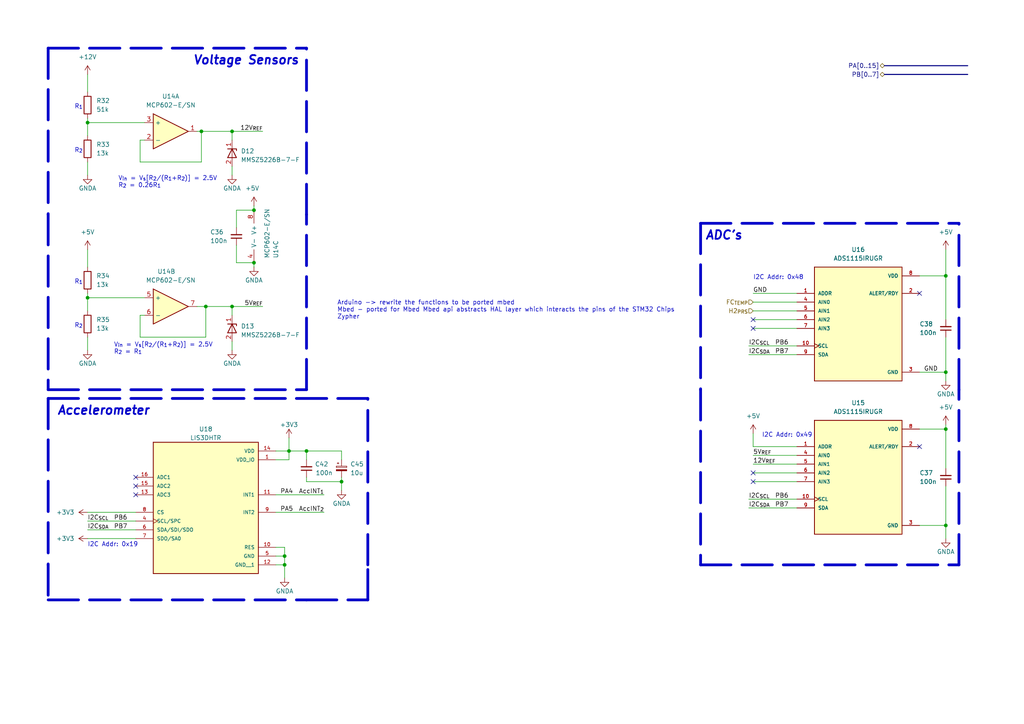
<source format=kicad_sch>
(kicad_sch (version 20231120) (generator "eeschema") (generator_version "8.0")
  (paper "A4")
  (lib_symbols
    (symbol "Device:C_Polarized_Small" (pin_numbers hide) (pin_names (offset 0.254) hide)
      (property "Reference" "C" (at 0.254 1.778 0))
      (property "Value" "C_Polarized_Small" (at 0.254 -2.032 0))
      (symbol "C_Polarized_Small_0_1"
        (rectangle (start -1.524 -0.3048) (end 1.524 -0.6858) (fill (type outline)))
        (rectangle (start -1.524 0.6858) (end 1.524 0.3048))
        (polyline (pts (xy -1.27 1.524) (xy -0.762 1.524)))
        (polyline (pts (xy -1.016 1.27) (xy -1.016 1.778)))
      )
      (symbol "C_Polarized_Small_1_1"
        (pin passive line (at 0 2.54 270) (length 1.8542) (name "~") (number "1"))
        (pin passive line (at 0 -2.54 90) (length 1.8542) (name "~") (number "2"))
      )
    )
    (symbol "Device:C_Small" (pin_numbers hide) (pin_names (offset 0.254) hide)
      (property "Reference" "C" (at 0.254 1.778 0))
      (property "Value" "C_Small" (at 0.254 -2.032 0))
      (symbol "C_Small_0_1"
        (polyline (pts (xy -1.524 -0.508) (xy 1.524 -0.508)) (stroke (width 0.3302)))
        (polyline (pts (xy -1.524 0.508) (xy 1.524 0.508)) (stroke (width 0.3048)))
      )
      (symbol "C_Small_1_1"
        (pin passive line (at 0 2.54 270) (length 2.032) (name "~") (number "1"))
        (pin passive line (at 0 -2.54 90) (length 2.032) (name "~") (number "2"))
      )
    )
    (symbol "Device:Opamp_Dual"
      (property "Reference" "U" (at 0 5.08 0))
      (property "Value" "Opamp_Dual" (at 0 -5.08 0))
      (symbol "Opamp_Dual_1_1"
        (polyline (pts (xy -5.08 5.08) (xy 5.08 0) (xy -5.08 -5.08) (xy -5.08 5.08)) (stroke (width 0.254)) (fill (type background)))
        (pin output line (at 7.62 0 180) (length 2.54) (name "~") (number "1"))
        (pin input line (at -7.62 -2.54 0) (length 2.54) (name "-") (number "2"))
        (pin input line (at -7.62 2.54 0) (length 2.54) (name "+") (number "3"))
      )
      (symbol "Opamp_Dual_2_1"
        (polyline (pts (xy -5.08 5.08) (xy 5.08 0) (xy -5.08 -5.08) (xy -5.08 5.08)) (stroke (width 0.254)) (fill (type background)))
        (pin input line (at -7.62 2.54 0) (length 2.54) (name "+") (number "5"))
        (pin input line (at -7.62 -2.54 0) (length 2.54) (name "-") (number "6"))
        (pin output line (at 7.62 0 180) (length 2.54) (name "~") (number "7"))
      )
      (symbol "Opamp_Dual_3_1"
        (pin power_in line (at -2.54 -7.62 90) (length 3.81) (name "V-") (number "4"))
        (pin power_in line (at -2.54 7.62 270) (length 3.81) (name "V+") (number "8"))
      )
    )
    (symbol "Device:R" (pin_numbers hide) (pin_names (offset 0))
      (property "Reference" "R" (at 2.032 0 90))
      (property "Value" "R" (at 0 0 90))
      (symbol "R_0_1"
        (rectangle (start -1.016 -2.54) (end 1.016 2.54) (stroke (width 0.254)))
      )
      (symbol "R_1_1"
        (pin passive line (at 0 3.81 270) (length 1.27) (name "~") (number "1"))
        (pin passive line (at 0 -3.81 90) (length 1.27) (name "~") (number "2"))
      )
    )
    (symbol "FCC_Parts:ADS1115IRUGR" (pin_names (offset 1.016))
      (property "Reference" "U" (at -12.7 18.542 0))
      (property "Value" "ADS1115IRUGR" (at -12.7 -17.78 0))
      (symbol "ADS1115IRUGR_0_0"
        (rectangle (start -12.7 17.78) (end 12.7 -15.24) (stroke (width 0.254)) (fill (type background)))
        (pin input line (at -17.78 10.16 0) (length 5.08) (name "ADDR") (number "1"))
        (pin input clock (at -17.78 -5.08 0) (length 5.08) (name "SCL") (number "10"))
        (pin output line (at 17.78 10.16 180) (length 5.08) (name "ALERT/RDY") (number "2"))
        (pin power_in line (at 17.78 -12.7 180) (length 5.08) (name "GND") (number "3"))
        (pin input line (at -17.78 7.62 0) (length 5.08) (name "AIN0") (number "4"))
        (pin input line (at -17.78 5.08 0) (length 5.08) (name "AIN1") (number "5"))
        (pin input line (at -17.78 2.54 0) (length 5.08) (name "AIN2") (number "6"))
        (pin input line (at -17.78 0 0) (length 5.08) (name "AIN3") (number "7"))
        (pin power_in line (at 17.78 15.24 180) (length 5.08) (name "VDD") (number "8"))
        (pin bidirectional line (at -17.78 -7.62 0) (length 5.08) (name "SDA") (number "9"))
      )
    )
    (symbol "FCC_Parts:LIS3DHTR" (pin_names (offset 1.016))
      (property "Reference" "U" (at -15.246 18.2943 0))
      (property "Value" "LIS3DHTR" (at -15.2408 -22.8611 0))
      (symbol "LIS3DHTR_0_0"
        (rectangle (start -15.24 17.78) (end 15.24 -20.32) (stroke (width 0.254)) (fill (type background)))
        (pin power_in line (at 20.32 12.7 180) (length 5.08) (name "VDD_IO") (number "1"))
        (pin passive line (at 20.32 -12.7 180) (length 5.08) (name "RES") (number "10"))
        (pin output line (at 20.32 2.54 180) (length 5.08) (name "INT1") (number "11"))
        (pin power_in line (at 20.32 -17.78 180) (length 5.08) (name "GND__1") (number "12"))
        (pin input line (at -20.32 2.54 0) (length 5.08) (name "ADC3") (number "13"))
        (pin power_in line (at 20.32 15.24 180) (length 5.08) (name "VDD") (number "14"))
        (pin input line (at -20.32 5.08 0) (length 5.08) (name "ADC2") (number "15"))
        (pin input line (at -20.32 7.62 0) (length 5.08) (name "ADC1") (number "16"))
        (pin input clock (at -20.32 -5.08 0) (length 5.08) (name "SCL/SPC") (number "4"))
        (pin power_in line (at 20.32 -15.24 180) (length 5.08) (name "GND") (number "5"))
        (pin bidirectional line (at -20.32 -7.62 0) (length 5.08) (name "SDA/SDI/SDO") (number "6"))
        (pin bidirectional line (at -20.32 -10.16 0) (length 5.08) (name "SDO/SA0") (number "7"))
        (pin input line (at -20.32 -2.54 0) (length 5.08) (name "CS") (number "8"))
        (pin output line (at 20.32 -2.54 180) (length 5.08) (name "INT2") (number "9"))
      )
    )
    (symbol "FCC_Parts:MMSZ5226B-7-F"
      (property "Reference" "D" (at 0 3.81 0))
      (property "Value" "MMSZ5226B-7-F" (at 0 0 0))
      (property "Part#" "C155250" (at 0 0 0))
      (symbol "MMSZ5226B-7-F_0_1"
        (polyline (pts (xy 1.27 0) (xy -1.27 0)))
        (polyline (pts (xy -1.27 -1.27) (xy -1.27 1.27) (xy -0.762 1.27)) (stroke (width 0.254)))
        (polyline (pts (xy 1.27 -1.27) (xy 1.27 1.27) (xy -1.27 0) (xy 1.27 -1.27)) (stroke (width 0.254)))
      )
      (symbol "MMSZ5226B-7-F_1_1"
        (pin passive line (at -3.81 0 0) (length 2.54) (name "") (number "1"))
        (pin passive line (at 3.81 0 180) (length 2.54) (name "") (number "2"))
      )
    )
    (symbol "power:+12V" (power) (pin_names (offset 0))
      (property "Value" "+12V" (at 0 3.556 0))
      (symbol "+12V_0_1"
        (polyline (pts (xy -0.762 1.27) (xy 0 2.54)))
        (polyline (pts (xy 0 0) (xy 0 2.54)))
        (polyline (pts (xy 0 2.54) (xy 0.762 1.27)))
      )
      (symbol "+12V_1_1"
        (pin power_in line (at 0 0 90) (length 0) hide (name "+12V") (number "1"))
      )
    )
    (symbol "power:+3V3" (power) (pin_names (offset 0))
      (property "Value" "+3V3" (at 0 3.556 0))
      (symbol "+3V3_0_1"
        (polyline (pts (xy -0.762 1.27) (xy 0 2.54)))
        (polyline (pts (xy 0 0) (xy 0 2.54)))
        (polyline (pts (xy 0 2.54) (xy 0.762 1.27)))
      )
      (symbol "+3V3_1_1"
        (pin power_in line (at 0 0 90) (length 0) hide (name "+3V3") (number "1"))
      )
    )
    (symbol "power:+5V" (power) (pin_names (offset 0))
      (property "Value" "+5V" (at 0 3.556 0))
      (symbol "+5V_0_1"
        (polyline (pts (xy -0.762 1.27) (xy 0 2.54)))
        (polyline (pts (xy 0 0) (xy 0 2.54)))
        (polyline (pts (xy 0 2.54) (xy 0.762 1.27)))
      )
      (symbol "+5V_1_1"
        (pin power_in line (at 0 0 90) (length 0) hide (name "+5V") (number "1"))
      )
    )
    (symbol "power:GNDA" (power) (pin_names (offset 0))
      (property "Value" "GNDA" (at 0 -3.81 0))
      (symbol "GNDA_0_1"
        (polyline (pts (xy 0 0) (xy 0 -1.27) (xy 1.27 -1.27) (xy 0 -2.54) (xy -1.27 -1.27) (xy 0 -1.27)))
      )
      (symbol "GNDA_1_1"
        (pin power_in line (at 0 0 270) (length 0) hide (name "GNDA") (number "1"))
      )
    )
  )
  (junction (at 67.31 38.1))
  (junction (at 73.66 76.2))
  (junction (at 59.69 88.9))
  (junction (at 25.4 86.36))
  (junction (at 274.32 107.95))
  (junction (at 274.32 152.4))
  (junction (at 99.06 139.7))
  (junction (at 88.9 130.81))
  (junction (at 274.32 124.46))
  (junction (at 82.55 161.29))
  (junction (at 83.82 130.81))
  (junction (at 82.55 163.83))
  (junction (at 274.32 80.01))
  (junction (at 67.31 88.9))
  (junction (at 25.4 35.56))
  (junction (at 58.42 38.1))
  (junction (at 73.66 60.96))
  (no_connect (at 39.37 143.51))
  (no_connect (at 266.7 129.54))
  (no_connect (at 218.44 95.25))
  (no_connect (at 39.37 140.97))
  (no_connect (at 266.7 85.09))
  (no_connect (at 218.44 137.16))
  (no_connect (at 218.44 139.7))
  (no_connect (at 218.44 92.71))
  (no_connect (at 39.37 138.43))
  (wire (pts (xy 218.44 134.62) (xy 231.14 134.62)))
  (wire (pts (xy 274.32 107.95) (xy 274.32 110.49)))
  (wire (pts (xy 57.15 88.9) (xy 59.69 88.9)))
  (wire (pts (xy 68.58 66.04) (xy 68.58 60.96)))
  (wire (pts (xy 83.82 130.81) (xy 83.82 133.35)))
  (wire (pts (xy 218.44 132.08) (xy 231.14 132.08)))
  (polyline (pts (xy 278.13 163.83) (xy 278.13 113.03)) (stroke (width 0.8) (type dash)))
  (wire (pts (xy 25.4 72.39) (xy 25.4 77.47)))
  (wire (pts (xy 274.32 140.97) (xy 274.32 152.4)))
  (wire (pts (xy 266.7 80.01) (xy 274.32 80.01)))
  (wire (pts (xy 25.4 148.59) (xy 39.37 148.59)))
  (bus (pts (xy 256.54 21.59) (xy 280.67 21.59)))
  (wire (pts (xy 67.31 99.06) (xy 67.31 101.6)))
  (wire (pts (xy 67.31 91.44) (xy 67.31 88.9)))
  (wire (pts (xy 83.82 130.81) (xy 88.9 130.81)))
  (wire (pts (xy 99.06 133.35) (xy 99.06 130.81)))
  (wire (pts (xy 67.31 40.64) (xy 67.31 38.1)))
  (wire (pts (xy 218.44 125.73) (xy 218.44 129.54)))
  (wire (pts (xy 58.42 46.99) (xy 58.42 38.1)))
  (wire (pts (xy 217.17 100.33) (xy 231.14 100.33)))
  (wire (pts (xy 40.64 91.44) (xy 41.91 91.44)))
  (wire (pts (xy 25.4 156.21) (xy 39.37 156.21)))
  (wire (pts (xy 266.7 107.95) (xy 274.32 107.95)))
  (wire (pts (xy 274.32 72.39) (xy 274.32 80.01)))
  (polyline (pts (xy 13.97 13.97) (xy 88.9 13.97)) (stroke (width 0.8) (type dash)))
  (polyline (pts (xy 13.97 115.57) (xy 106.68 115.57)) (stroke (width 0.8) (type dash)))
  (polyline (pts (xy 13.97 115.57) (xy 13.97 163.83)) (stroke (width 0.8) (type dash)))
  (wire (pts (xy 80.01 158.75) (xy 82.55 158.75)))
  (wire (pts (xy 88.9 130.81) (xy 88.9 133.35)))
  (wire (pts (xy 40.64 97.79) (xy 59.69 97.79)))
  (wire (pts (xy 274.32 97.79) (xy 274.32 107.95)))
  (polyline (pts (xy 278.13 113.03) (xy 278.13 64.77)) (stroke (width 0.8) (type dash)))
  (wire (pts (xy 25.4 46.99) (xy 25.4 50.8)))
  (wire (pts (xy 99.06 139.7) (xy 99.06 142.24)))
  (wire (pts (xy 25.4 85.09) (xy 25.4 86.36)))
  (wire (pts (xy 40.64 46.99) (xy 58.42 46.99)))
  (wire (pts (xy 25.4 35.56) (xy 41.91 35.56)))
  (wire (pts (xy 266.7 152.4) (xy 274.32 152.4)))
  (wire (pts (xy 73.66 77.47) (xy 73.66 76.2)))
  (wire (pts (xy 58.42 38.1) (xy 67.31 38.1)))
  (wire (pts (xy 80.01 163.83) (xy 82.55 163.83)))
  (wire (pts (xy 25.4 153.67) (xy 39.37 153.67)))
  (wire (pts (xy 274.32 80.01) (xy 274.32 92.71)))
  (wire (pts (xy 40.64 40.64) (xy 41.91 40.64)))
  (wire (pts (xy 218.44 139.7) (xy 231.14 139.7)))
  (polyline (pts (xy 88.9 113.03) (xy 88.9 62.23)) (stroke (width 0.8) (type dash)))
  (wire (pts (xy 40.64 91.44) (xy 40.64 97.79)))
  (wire (pts (xy 218.44 87.63) (xy 231.14 87.63)))
  (wire (pts (xy 88.9 138.43) (xy 88.9 139.7)))
  (wire (pts (xy 80.01 143.51) (xy 93.98 143.51)))
  (wire (pts (xy 99.06 138.43) (xy 99.06 139.7)))
  (wire (pts (xy 82.55 163.83) (xy 82.55 167.64)))
  (wire (pts (xy 25.4 86.36) (xy 41.91 86.36)))
  (polyline (pts (xy 106.68 163.83) (xy 106.68 115.57)) (stroke (width 0.8) (type dash)))
  (polyline (pts (xy 203.2 113.03) (xy 203.2 163.83)) (stroke (width 0.8) (type dash)))
  (wire (pts (xy 217.17 147.32) (xy 231.14 147.32)))
  (wire (pts (xy 73.66 59.69) (xy 73.66 60.96)))
  (polyline (pts (xy 88.9 62.23) (xy 88.9 13.97)) (stroke (width 0.8) (type dash)))
  (wire (pts (xy 274.32 135.89) (xy 274.32 124.46)))
  (polyline (pts (xy 13.97 163.83) (xy 13.97 173.99)) (stroke (width 0.8) (type dash)))
  (wire (pts (xy 218.44 95.25) (xy 231.14 95.25)))
  (bus (pts (xy 256.54 19.05) (xy 280.67 19.05)))
  (wire (pts (xy 25.4 151.13) (xy 39.37 151.13)))
  (wire (pts (xy 80.01 130.81) (xy 83.82 130.81)))
  (wire (pts (xy 67.31 88.9) (xy 76.2 88.9)))
  (wire (pts (xy 25.4 97.79) (xy 25.4 101.6)))
  (wire (pts (xy 83.82 127) (xy 83.82 130.81)))
  (wire (pts (xy 88.9 130.81) (xy 99.06 130.81)))
  (wire (pts (xy 218.44 92.71) (xy 231.14 92.71)))
  (wire (pts (xy 40.64 40.64) (xy 40.64 46.99)))
  (wire (pts (xy 25.4 34.29) (xy 25.4 35.56)))
  (wire (pts (xy 218.44 85.09) (xy 231.14 85.09)))
  (polyline (pts (xy 13.97 113.03) (xy 88.9 113.03)) (stroke (width 0.8) (type dash)))
  (wire (pts (xy 218.44 90.17) (xy 231.14 90.17)))
  (polyline (pts (xy 13.97 173.99) (xy 88.9 173.99)) (stroke (width 0.8) (type dash)))
  (wire (pts (xy 266.7 124.46) (xy 274.32 124.46)))
  (wire (pts (xy 218.44 137.16) (xy 231.14 137.16)))
  (wire (pts (xy 59.69 97.79) (xy 59.69 88.9)))
  (wire (pts (xy 82.55 158.75) (xy 82.55 161.29)))
  (polyline (pts (xy 13.97 62.23) (xy 13.97 113.03)) (stroke (width 0.8) (type dash)))
  (wire (pts (xy 217.17 144.78) (xy 231.14 144.78)))
  (wire (pts (xy 25.4 21.59) (xy 25.4 26.67)))
  (wire (pts (xy 59.69 88.9) (xy 67.31 88.9)))
  (wire (pts (xy 218.44 129.54) (xy 231.14 129.54)))
  (polyline (pts (xy 203.2 163.83) (xy 278.13 163.83)) (stroke (width 0.8) (type dash)))
  (wire (pts (xy 83.82 133.35) (xy 80.01 133.35)))
  (wire (pts (xy 25.4 86.36) (xy 25.4 90.17)))
  (wire (pts (xy 274.32 123.19) (xy 274.32 124.46)))
  (wire (pts (xy 67.31 48.26) (xy 67.31 50.8)))
  (wire (pts (xy 80.01 148.59) (xy 93.98 148.59)))
  (wire (pts (xy 68.58 60.96) (xy 73.66 60.96)))
  (wire (pts (xy 82.55 161.29) (xy 80.01 161.29)))
  (polyline (pts (xy 13.97 13.97) (xy 13.97 62.23)) (stroke (width 0.8) (type dash)))
  (polyline (pts (xy 203.2 64.77) (xy 203.2 113.03)) (stroke (width 0.8) (type dash)))
  (wire (pts (xy 67.31 38.1) (xy 76.2 38.1)))
  (wire (pts (xy 274.32 152.4) (xy 274.32 156.21)))
  (wire (pts (xy 82.55 161.29) (xy 82.55 163.83)))
  (wire (pts (xy 68.58 76.2) (xy 68.58 71.12)))
  (polyline (pts (xy 106.68 173.99) (xy 106.68 163.83)) (stroke (width 0.8) (type dash)))
  (polyline (pts (xy 88.9 173.99) (xy 106.68 173.99)) (stroke (width 0.8) (type dash)))
  (wire (pts (xy 25.4 35.56) (xy 25.4 39.37)))
  (wire (pts (xy 217.17 102.87) (xy 231.14 102.87)))
  (polyline (pts (xy 203.2 64.77) (xy 278.13 64.77)) (stroke (width 0.8) (type dash)))
  (wire (pts (xy 57.15 38.1) (xy 58.42 38.1)))
  (wire (pts (xy 88.9 139.7) (xy 99.06 139.7)))
  (wire (pts (xy 73.66 76.2) (xy 68.58 76.2)))
  (text "V_{in} = V_{s}[R_{2}/(R_{1}+R_{2})] = 2.5V\nR_{2} = 0.26R_{1}" (at 34.29 54.61 0) (effects (font (size 1.27 1.27)) (justify left bottom)))
  (text "R_{1}" (at 21.59 31.75 0) (effects (font (size 1.27 1.27)) (justify left bottom)))
  (text "R_{1}" (at 21.59 82.55 0) (effects (font (size 1.27 1.27)) (justify left bottom)))
  (text "I2C Addr: 0x48" (at 218.44 81.28 0) (effects (font (size 1.27 1.27)) (justify left bottom)))
  (text "R_{2}" (at 21.59 44.45 0) (effects (font (size 1.27 1.27)) (justify left bottom)))
  (text "Arduino -> rewrite the functions to be ported mbed\nMbed - ported for Mbed Mbed api abstracts HAL layer which interacts the pins of the STM32 Chips\nZypher\n" (at 97.79 92.71 0) (effects (font (size 1.27 1.27)) (justify left bottom)))
  (text "R_{2}" (at 21.59 95.25 0) (effects (font (size 1.27 1.27)) (justify left bottom)))
  (text "V_{in} = V_{s}[R_{2}/(R_{1}+R_{2})] = 2.5V\nR_{2} = R_{1}" (at 33.02 102.87 0) (effects (font (size 1.27 1.27)) (justify left bottom)))
  (text "I2C Addr: 0x49" (at 220.98 127 0) (effects (font (size 1.27 1.27)) (justify left bottom)))
  (text "ADC's" (at 204.47 69.85 0) (effects (font (size 2.5 2.5) (thickness 0.5) (bold yes) (italic yes)) (justify left bottom)))
  (text "I2C Addr: 0x19" (at 25.4 158.75 0) (effects (font (size 1.27 1.27)) (justify left bottom)))
  (text "Accelerometer" (at 16.51 120.65 0) (effects (font (size 2.5 2.5) (thickness 0.5) (bold yes) (italic yes)) (justify left bottom)))
  (text "Voltage Sensors\n" (at 55.88 19.05 0) (effects (font (size 2.5 2.5) (thickness 0.5) (bold yes) (italic yes)) (justify left bottom)))
  (label "PB6" (at 224.79 100.33 0))
  (label "5V_{REF}" (at 218.44 132.08 0))
  (label "I2C_{SDA}" (at 217.17 102.87 0))
  (label "PB6" (at 33.02 151.13 0))
  (label "AccINT_{2}" (at 93.98 148.59 180))
  (label "PA4" (at 81.28 143.51 0))
  (label "GND" (at 218.44 85.09 0))
  (label "I2C_{SDA}" (at 217.17 147.32 0))
  (label "12V_{REF}" (at 218.44 134.62 0))
  (label "5V_{REF}" (at 76.2 88.9 180))
  (label "PB7" (at 33.02 153.67 0))
  (label "I2C_{SCL}" (at 25.4 151.13 0))
  (label "PA5" (at 81.28 148.59 0))
  (label "PB7" (at 224.79 147.32 0))
  (label "GND" (at 267.97 107.95 0))
  (label "PB7" (at 224.79 102.87 0))
  (label "12V_{REF}" (at 76.2 38.1 180))
  (label "I2C_{SCL}" (at 217.17 100.33 0))
  (label "I2C_{SDA}" (at 25.4 153.67 0))
  (label "PB6" (at 224.79 144.78 0))
  (label "AccINT_{1}" (at 93.98 143.51 180))
  (label "I2C_{SCL}" (at 217.17 144.78 0))
  (hierarchical_label "PA[0..15]" (shape bidirectional) (at 256.54 19.05 180))
  (hierarchical_label "PB[0..7]" (shape bidirectional) (at 256.54 21.59 180))
  (hierarchical_label "H2_{PRS}" (shape input) (at 218.44 90.17 180))
  (hierarchical_label "FC_{TEMP}" (shape input) (at 218.44 87.63 180))
  (symbol (lib_id "Device:C_Small") (at 274.32 95.25 180) (unit 1)
    (property "Reference" "C38" (at 266.7 93.98 0) (effects (justify right)))
    (property "Value" "100n" (at 266.7 96.52 0) (effects (justify right)))
    (property "Footprint" "Capacitor_SMD:C_0603_1608Metric" (effects (hide yes)))
    (property "Currency" "CAD" (effects (hide yes)))
    (property "Part#" "C14663" (effects (hide yes)))
  )
  (symbol (lib_id "FCC_Parts:ADS1115IRUGR") (at 248.92 95.25 0) (unit 1)
    (property "Reference" "U16" (at 248.92 72.39 0))
    (property "Value" "ADS1115IRUGR" (at 248.92 74.93 0))
    (property "Footprint" "FC.FTP:IC_ADS1115IRUGR" (effects (hide yes)))
    (property "Datasheet" "https://www.ti.com/general/docs/suppproductinfo.tsp?distId=10&gotoUrl=https%3A%2F%2Fwww.ti.com%2Flit%2Fgpn%2Fads1113" (effects (hide yes)))
    (property "Part#" "C2651328" (effects (hide yes)))
  )
  (symbol (lib_id "power:GNDA") (at 67.31 50.8 0) (unit 1)
    (property "Reference" "#PWR053" (effects (hide yes)))
    (property "Value" "GNDA" (at 67.31 54.61 0))
    (instances (project "Relay_Board_Lucy_V1" (path "" (reference "#PWR053") (unit 1))) (project "Fuel_Cell_Controller_Prototype" (path "" (reference "#PWR072") (unit 1))))
  )
  (symbol (lib_id "Device:R") (at 25.4 81.28 0) (unit 1)
    (property "Reference" "R34" (at 27.94 80.01 0) (effects (justify left)))
    (property "Value" "13k" (at 27.94 82.55 0) (effects (justify left)))
    (property "Footprint" "Resistor_SMD:R_0603_1608Metric" (effects (hide yes)))
    (property "Part#" "C22797" (effects (hide yes)))
  )
  (symbol (lib_id "FCC_Parts:LIS3DHTR") (at 59.69 146.05 0) (unit 1)
    (property "Reference" "U18" (at 59.69 124.46 0))
    (property "Value" "LIS3DHTR" (at 59.69 127 0))
    (property "Footprint" "FC.FTP:XDCR_LIS3DHTR" (effects (hide yes)))
    (property "Datasheet" "https://www.st.com/content/ccc/resource/technical/document/datasheet/3c/ae/50/85/d6/b1/46/fe/CD00274221.pdf/files/CD00274221.pdf/jcr:content/translations/en.CD00274221.pdf" (effects (hide yes)))
    (property "Part#" "497-10613-1-ND" (effects (hide yes)))
  )
  (symbol (lib_id "Device:C_Small") (at 274.32 138.43 180) (unit 1)
    (property "Reference" "C37" (at 266.7 137.16 0) (effects (justify right)))
    (property "Value" "100n" (at 266.7 139.7 0) (effects (justify right)))
    (property "Footprint" "Capacitor_SMD:C_0603_1608Metric" (effects (hide yes)))
    (property "Currency" "CAD" (effects (hide yes)))
    (property "Part#" "C14663" (effects (hide yes)))
  )
  (symbol (lib_id "power:GNDA") (at 274.32 110.49 0) (unit 1)
    (property "Reference" "#PWR053" (effects (hide yes)))
    (property "Value" "GNDA" (at 274.32 114.3 0))
    (instances (project "Relay_Board_Lucy_V1" (path "" (reference "#PWR053") (unit 1))) (project "Fuel_Cell_Controller_Prototype" (path "" (reference "#PWR064") (unit 1))))
  )
  (symbol (lib_id "power:GNDA") (at 274.32 156.21 0) (unit 1)
    (property "Reference" "#PWR053" (effects (hide yes)))
    (property "Value" "GNDA" (at 274.32 160.02 0))
    (instances (project "Relay_Board_Lucy_V1" (path "" (reference "#PWR053") (unit 1))) (project "Fuel_Cell_Controller_Prototype" (path "" (reference "#PWR062") (unit 1))))
  )
  (symbol (lib_id "Device:C_Small") (at 88.9 135.89 0) (mirror x) (unit 1)
    (property "Reference" "C42" (at 95.25 134.62 0) (effects (justify right)))
    (property "Value" "100n" (at 96.52 137.16 0) (effects (justify right)))
    (property "Footprint" "Capacitor_SMD:C_0603_1608Metric" (effects (hide yes)))
    (property "Currency" "CAD" (effects (hide yes)))
    (property "Part#" "C14663" (effects (hide yes)))
  )
  (symbol (lib_id "Device:C_Small") (at 68.58 68.58 180) (unit 1)
    (property "Reference" "C36" (at 60.96 67.31 0) (effects (justify right)))
    (property "Value" "100n" (at 60.96 69.85 0) (effects (justify right)))
    (property "Footprint" "Capacitor_SMD:C_0603_1608Metric" (effects (hide yes)))
    (property "Currency" "CAD" (effects (hide yes)))
    (property "Part#" "C14663" (effects (hide yes)))
  )
  (symbol (lib_id "Device:Opamp_Dual") (at 49.53 38.1 0) (unit 1)
    (property "Reference" "U14" (at 49.53 27.94 0))
    (property "Value" "MCP602-E/SN" (at 49.53 30.48 0))
    (property "Footprint" "Package_SO:SOIC-8_3.9x4.9mm_P1.27mm" (effects (hide yes)))
    (property "Datasheet" "https://ww1.microchip.com/downloads/en/DeviceDoc/21314g.pdf" (effects (hide yes)))
    (property "Part#" "MCP602-E/SN-ND" (effects (hide yes)))
  )
  (symbol (lib_id "FCC_Parts:ADS1115IRUGR") (at 248.92 139.7 0) (unit 1)
    (property "Reference" "U15" (at 248.92 116.84 0))
    (property "Value" "ADS1115IRUGR" (at 248.92 119.38 0))
    (property "Footprint" "FC.FTP:IC_ADS1115IRUGR" (effects (hide yes)))
    (property "Datasheet" "https://www.ti.com/general/docs/suppproductinfo.tsp?distId=10&gotoUrl=https%3A%2F%2Fwww.ti.com%2Flit%2Fgpn%2Fads1113" (effects (hide yes)))
    (property "Part#" "C2651328" (effects (hide yes)))
  )
  (symbol (lib_id "power:+12V") (at 25.4 21.59 0) (unit 1)
    (property "Reference" "#PWR061" (effects (hide yes)))
    (property "Value" "+12V" (at 25.4 16.51 0))
  )
  (symbol (lib_id "power:GNDA") (at 82.55 167.64 0) (unit 1)
    (property "Reference" "#PWR053" (effects (hide yes)))
    (property "Value" "GNDA" (at 82.55 171.45 0))
    (instances (project "Relay_Board_Lucy_V1" (path "" (reference "#PWR053") (unit 1))) (project "Fuel_Cell_Controller_Prototype" (path "" (reference "#PWR090") (unit 1))))
  )
  (symbol (lib_id "Device:R") (at 25.4 30.48 0) (unit 1)
    (property "Reference" "R32" (at 27.94 29.21 0) (effects (justify left)))
    (property "Value" "51k" (at 27.94 31.75 0) (effects (justify left)))
    (property "Footprint" "Resistor_SMD:R_0603_1608Metric" (effects (hide yes)))
    (property "Part#" "C23196" (effects (hide yes)))
  )
  (symbol (lib_id "power:+5V") (at 25.4 72.39 0) (unit 1)
    (property "Reference" "#PWR063" (effects (hide yes)))
    (property "Value" "+5V" (at 25.4 67.31 0))
  )
  (symbol (lib_id "FCC_Parts:MMSZ5226B-7-F") (at 67.31 95.25 270) (unit 1)
    (property "Reference" "D13" (at 69.85 94.615 90) (effects (justify left)))
    (property "Value" "MMSZ5226B-7-F" (at 69.85 97.155 90) (effects (justify left)))
    (property "Footprint" "FC.FTP:D_SOD_123_M" (effects (hide yes)))
    (property "Datasheet" "https://www.diodes.com/assets/Datasheets/ds18010.pdf" (effects (hide yes)))
    (property "Part#" "C155250" (effects (hide yes)))
  )
  (symbol (lib_id "power:GNDA") (at 67.31 101.6 0) (unit 1)
    (property "Reference" "#PWR053" (effects (hide yes)))
    (property "Value" "GNDA" (at 67.31 105.41 0))
    (instances (project "Relay_Board_Lucy_V1" (path "" (reference "#PWR053") (unit 1))) (project "Fuel_Cell_Controller_Prototype" (path "" (reference "#PWR065") (unit 1))))
  )
  (symbol (lib_id "power:+3V3") (at 25.4 156.21 90) (unit 1)
    (property "Reference" "#PWR092" (effects (hide yes)))
    (property "Value" "+3V3" (at 21.59 156.21 90) (effects (justify left)))
  )
  (symbol (lib_id "power:GNDA") (at 99.06 142.24 0) (unit 1)
    (property "Reference" "#PWR053" (effects (hide yes)))
    (property "Value" "GNDA" (at 99.06 146.05 0))
    (instances (project "Relay_Board_Lucy_V1" (path "" (reference "#PWR053") (unit 1))) (project "Fuel_Cell_Controller_Prototype" (path "" (reference "#PWR093") (unit 1))))
  )
  (symbol (lib_id "Device:R") (at 25.4 93.98 0) (unit 1)
    (property "Reference" "R35" (at 27.94 92.71 0) (effects (justify left)))
    (property "Value" "13k" (at 27.94 95.25 0) (effects (justify left)))
    (property "Footprint" "Resistor_SMD:R_0603_1608Metric" (effects (hide yes)))
    (property "Part#" "C22797" (effects (hide yes)))
  )
  (symbol (lib_id "power:+3V3") (at 25.4 148.59 90) (unit 1)
    (property "Reference" "#PWR091" (effects (hide yes)))
    (property "Value" "+3V3" (at 21.59 148.59 90) (effects (justify left)))
  )
  (symbol (lib_id "FCC_Parts:MMSZ5226B-7-F") (at 67.31 44.45 270) (unit 1)
    (property "Reference" "D12" (at 69.85 43.815 90) (effects (justify left)))
    (property "Value" "MMSZ5226B-7-F" (at 69.85 46.355 90) (effects (justify left)))
    (property "Footprint" "FC.FTP:D_SOD_123_M" (effects (hide yes)))
    (property "Datasheet" "https://www.diodes.com/assets/Datasheets/ds18010.pdf" (effects (hide yes)))
    (property "Part#" "C155250" (effects (hide yes)))
  )
  (symbol (lib_id "power:GNDA") (at 73.66 77.47 0) (unit 1)
    (property "Reference" "#PWR053" (effects (hide yes)))
    (property "Value" "GNDA" (at 73.66 81.28 0))
    (instances (project "Relay_Board_Lucy_V1" (path "" (reference "#PWR053") (unit 1))) (project "Fuel_Cell_Controller_Prototype" (path "" (reference "#PWR068") (unit 1))))
  )
  (symbol (lib_id "power:+5V") (at 274.32 123.19 0) (unit 1)
    (property "Reference" "#PWR071" (effects (hide yes)))
    (property "Value" "+5V" (at 274.32 118.11 0))
  )
  (symbol (lib_id "Device:Opamp_Dual") (at 76.2 68.58 0) (unit 3)
    (property "Reference" "U14" (at 80.01 74.93 90) (effects (justify left)))
    (property "Value" "MCP602-E/SN" (at 77.47 74.93 90) (effects (justify left)))
    (property "Footprint" "Package_SO:SOIC-8_3.9x4.9mm_P1.27mm" (effects (hide yes)))
    (property "Datasheet" "https://ww1.microchip.com/downloads/en/DeviceDoc/21314g.pdf" (effects (hide yes)))
    (property "Part#" "MCP602-E/SN-ND" (effects (hide yes)))
  )
  (symbol (lib_id "power:+3V3") (at 83.82 127 0) (unit 1)
    (property "Reference" "#PWR040" (effects (hide yes)))
    (property "Value" "+3V3" (at 83.82 123.19 0))
  )
  (symbol (lib_id "power:GNDA") (at 25.4 101.6 0) (unit 1)
    (property "Reference" "#PWR053" (effects (hide yes)))
    (property "Value" "GNDA" (at 25.4 105.41 0))
    (instances (project "Relay_Board_Lucy_V1" (path "" (reference "#PWR053") (unit 1))) (project "Fuel_Cell_Controller_Prototype" (path "" (reference "#PWR066") (unit 1))))
  )
  (symbol (lib_id "power:+5V") (at 73.66 59.69 0) (unit 1)
    (property "Reference" "#PWR067" (effects (hide yes)))
    (property "Value" "+5V" (at 71.12 54.61 0) (effects (justify left)))
  )
  (symbol (lib_id "Device:C_Polarized_Small") (at 99.06 135.89 0) (unit 1)
    (property "Reference" "C45" (at 101.6 134.62 0) (effects (justify left)))
    (property "Value" "10u" (at 101.6 137.16 0) (effects (justify left)))
    (property "Footprint" "Capacitor_SMD:CP_Elec_3x5.3" (effects (hide yes)))
  )
  (symbol (lib_id "power:+5V") (at 274.32 72.39 0) (unit 1)
    (property "Reference" "#PWR075" (effects (hide yes)))
    (property "Value" "+5V" (at 274.32 67.31 0))
  )
  (symbol (lib_id "power:GNDA") (at 25.4 50.8 0) (unit 1)
    (property "Reference" "#PWR053" (effects (hide yes)))
    (property "Value" "GNDA" (at 25.4 54.61 0))
    (instances (project "Relay_Board_Lucy_V1" (path "" (reference "#PWR053") (unit 1))) (project "Fuel_Cell_Controller_Prototype" (path "" (reference "#PWR076") (unit 1))))
  )
  (symbol (lib_id "power:+5V") (at 218.44 125.73 0) (unit 1)
    (property "Reference" "#PWR073" (effects (hide yes)))
    (property "Value" "+5V" (at 218.44 120.65 0))
  )
  (symbol (lib_id "Device:R") (at 25.4 43.18 0) (unit 1)
    (property "Reference" "R33" (at 27.94 41.91 0) (effects (justify left)))
    (property "Value" "13k" (at 27.94 44.45 0) (effects (justify left)))
    (property "Footprint" "Resistor_SMD:R_0603_1608Metric" (effects (hide yes)))
    (property "Part#" "C22797" (effects (hide yes)))
  )
  (symbol (lib_id "Device:Opamp_Dual") (at 49.53 88.9 0) (unit 2)
    (property "Reference" "U14" (at 48.26 78.74 0))
    (property "Value" "MCP602-E/SN" (at 49.53 81.28 0))
    (property "Footprint" "Package_SO:SOIC-8_3.9x4.9mm_P1.27mm" (effects (hide yes)))
    (property "Datasheet" "https://ww1.microchip.com/downloads/en/DeviceDoc/21314g.pdf" (effects (hide yes)))
    (property "Part#" "MCP602-E/SN-ND" (effects (hide yes)))
  )
)
</source>
